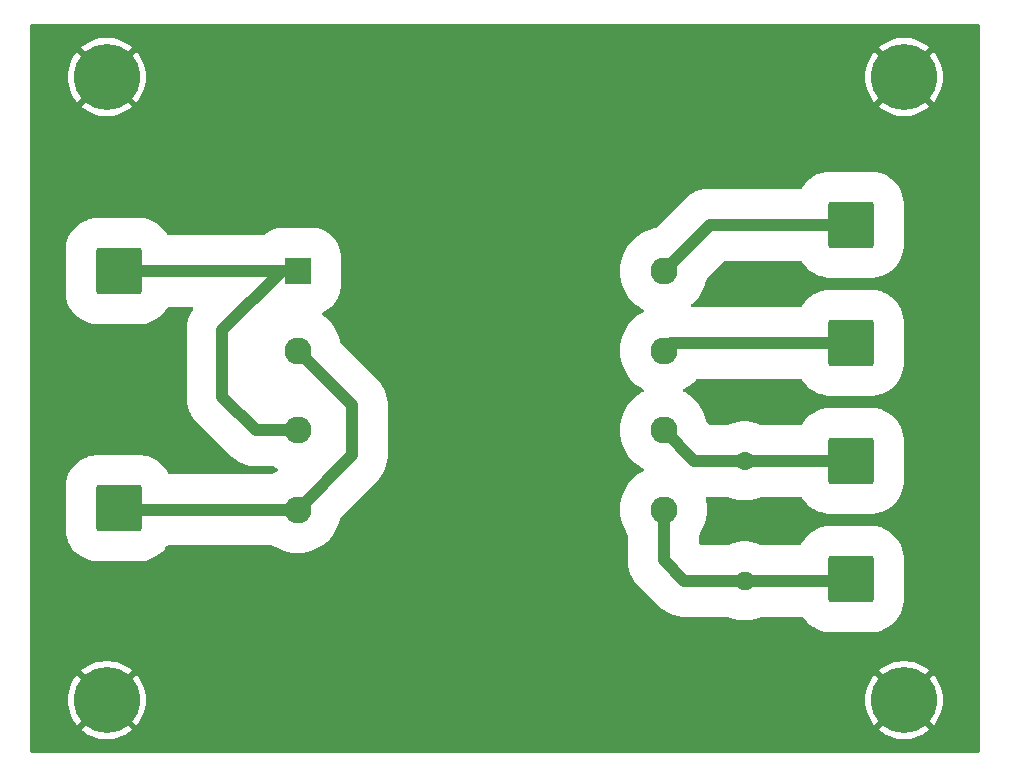
<source format=gbr>
%TF.GenerationSoftware,KiCad,Pcbnew,8.0.6*%
%TF.CreationDate,2025-02-04T11:31:06-08:00*%
%TF.ProjectId,Voltage_Transformer_test_board,566f6c74-6167-4655-9f54-72616e73666f,rev?*%
%TF.SameCoordinates,Original*%
%TF.FileFunction,Copper,L2,Bot*%
%TF.FilePolarity,Positive*%
%FSLAX46Y46*%
G04 Gerber Fmt 4.6, Leading zero omitted, Abs format (unit mm)*
G04 Created by KiCad (PCBNEW 8.0.6) date 2025-02-04 11:31:06*
%MOMM*%
%LPD*%
G01*
G04 APERTURE LIST*
G04 Aperture macros list*
%AMRoundRect*
0 Rectangle with rounded corners*
0 $1 Rounding radius*
0 $2 $3 $4 $5 $6 $7 $8 $9 X,Y pos of 4 corners*
0 Add a 4 corners polygon primitive as box body*
4,1,4,$2,$3,$4,$5,$6,$7,$8,$9,$2,$3,0*
0 Add four circle primitives for the rounded corners*
1,1,$1+$1,$2,$3*
1,1,$1+$1,$4,$5*
1,1,$1+$1,$6,$7*
1,1,$1+$1,$8,$9*
0 Add four rect primitives between the rounded corners*
20,1,$1+$1,$2,$3,$4,$5,0*
20,1,$1+$1,$4,$5,$6,$7,0*
20,1,$1+$1,$6,$7,$8,$9,0*
20,1,$1+$1,$8,$9,$2,$3,0*%
G04 Aperture macros list end*
%TA.AperFunction,ComponentPad*%
%ADD10C,1.600000*%
%TD*%
%TA.AperFunction,ComponentPad*%
%ADD11O,1.600000X1.600000*%
%TD*%
%TA.AperFunction,ComponentPad*%
%ADD12RoundRect,0.250002X-1.699998X-1.699998X1.699998X-1.699998X1.699998X1.699998X-1.699998X1.699998X0*%
%TD*%
%TA.AperFunction,ComponentPad*%
%ADD13C,3.600000*%
%TD*%
%TA.AperFunction,ConnectorPad*%
%ADD14C,5.600000*%
%TD*%
%TA.AperFunction,ComponentPad*%
%ADD15R,2.286000X2.286000*%
%TD*%
%TA.AperFunction,ComponentPad*%
%ADD16C,2.286000*%
%TD*%
%TA.AperFunction,Conductor*%
%ADD17C,1.000000*%
%TD*%
G04 APERTURE END LIST*
D10*
%TO.P,R1,1*%
%TO.N,Net-(J5-Pin_1)*%
X151000000Y-80000000D03*
D11*
%TO.P,R1,2*%
%TO.N,Net-(J6-Pin_1)*%
X151000000Y-90160000D03*
%TD*%
D12*
%TO.P,J3,1,Pin_1*%
%TO.N,Net-(J3-Pin_1)*%
X160000000Y-60000000D03*
%TD*%
D13*
%TO.P,H2,1,1*%
%TO.N,GND*%
X97000000Y-100250000D03*
D14*
X97000000Y-100250000D03*
%TD*%
D15*
%TO.P,T1,1*%
%TO.N,J1*%
X113152000Y-63930000D03*
D16*
%TO.P,T1,2*%
%TO.N,Net-(J2-Pin_1)*%
X113152000Y-70661000D03*
%TO.P,T1,3*%
%TO.N,J1*%
X113152000Y-77392000D03*
%TO.P,T1,4*%
%TO.N,Net-(J2-Pin_1)*%
X113152000Y-84123000D03*
%TO.P,T1,5*%
%TO.N,Net-(J3-Pin_1)*%
X144140000Y-63930000D03*
%TO.P,T1,6*%
%TO.N,Net-(J4-Pin_1)*%
X144140000Y-70661000D03*
%TO.P,T1,7*%
%TO.N,Net-(J5-Pin_1)*%
X144140000Y-77392000D03*
%TO.P,T1,8*%
%TO.N,Net-(J6-Pin_1)*%
X144140000Y-84123000D03*
%TD*%
D13*
%TO.P,H4,1,1*%
%TO.N,GND*%
X164500000Y-100250000D03*
D14*
X164500000Y-100250000D03*
%TD*%
D12*
%TO.P,J2,1,Pin_1*%
%TO.N,Net-(J2-Pin_1)*%
X98000000Y-84000000D03*
%TD*%
%TO.P,J6,1,Pin_1*%
%TO.N,Net-(J6-Pin_1)*%
X160000000Y-90000000D03*
%TD*%
%TO.P,J5,1,Pin_1*%
%TO.N,Net-(J5-Pin_1)*%
X160000000Y-80000000D03*
%TD*%
%TO.P,J1,1,Pin_1*%
%TO.N,J1*%
X98000000Y-63930000D03*
%TD*%
D13*
%TO.P,H1,1,1*%
%TO.N,GND*%
X97000000Y-47500000D03*
D14*
X97000000Y-47500000D03*
%TD*%
D13*
%TO.P,H3,1,1*%
%TO.N,GND*%
X164500000Y-47500000D03*
D14*
X164500000Y-47500000D03*
%TD*%
D12*
%TO.P,J4,1,Pin_1*%
%TO.N,Net-(J4-Pin_1)*%
X160000000Y-70000000D03*
%TD*%
D17*
%TO.N,J1*%
X109602051Y-77392000D02*
X106800000Y-74589949D01*
X111820000Y-63930000D02*
X113152000Y-63930000D01*
X98000000Y-63930000D02*
X113152000Y-63930000D01*
X106800000Y-74589949D02*
X106800000Y-68950000D01*
X113152000Y-77392000D02*
X109602051Y-77392000D01*
X106800000Y-68950000D02*
X111820000Y-63930000D01*
%TO.N,Net-(J2-Pin_1)*%
X117750000Y-75259000D02*
X117750000Y-79525000D01*
X98123000Y-84123000D02*
X98000000Y-84000000D01*
X113152000Y-70661000D02*
X117750000Y-75259000D01*
X117750000Y-79525000D02*
X113152000Y-84123000D01*
X113152000Y-84123000D02*
X98123000Y-84123000D01*
%TO.N,Net-(J3-Pin_1)*%
X148070000Y-60000000D02*
X144140000Y-63930000D01*
X160000000Y-60000000D02*
X148070000Y-60000000D01*
%TO.N,Net-(J4-Pin_1)*%
X144801000Y-70000000D02*
X160000000Y-70000000D01*
X144140000Y-70661000D02*
X144801000Y-70000000D01*
%TO.N,Net-(J5-Pin_1)*%
X146748000Y-80000000D02*
X150000000Y-80000000D01*
X150000000Y-80000000D02*
X160000000Y-80000000D01*
X144140000Y-77392000D02*
X146748000Y-80000000D01*
%TO.N,Net-(J6-Pin_1)*%
X150000000Y-90160000D02*
X145910000Y-90160000D01*
X150000000Y-90160000D02*
X159840000Y-90160000D01*
X144140000Y-88390000D02*
X144140000Y-84123000D01*
X145910000Y-90160000D02*
X144140000Y-88390000D01*
X159840000Y-90160000D02*
X160000000Y-90000000D01*
%TD*%
%TA.AperFunction,Conductor*%
%TO.N,GND*%
G36*
X170892539Y-43020185D02*
G01*
X170938294Y-43072989D01*
X170949500Y-43124500D01*
X170949500Y-104575500D01*
X170929815Y-104642539D01*
X170877011Y-104688294D01*
X170825500Y-104699500D01*
X90624500Y-104699500D01*
X90557461Y-104679815D01*
X90511706Y-104627011D01*
X90500500Y-104575500D01*
X90500500Y-100249997D01*
X93695153Y-100249997D01*
X93695153Y-100250002D01*
X93714526Y-100607314D01*
X93714527Y-100607331D01*
X93772415Y-100960431D01*
X93772421Y-100960457D01*
X93868147Y-101305232D01*
X93868149Y-101305239D01*
X94000597Y-101637659D01*
X94000606Y-101637677D01*
X94168218Y-101953827D01*
X94369024Y-102249994D01*
X94369035Y-102250008D01*
X94496441Y-102400002D01*
X94496442Y-102400002D01*
X95705747Y-101190697D01*
X95779588Y-101292330D01*
X95957670Y-101470412D01*
X96059300Y-101544251D01*
X94847257Y-102756294D01*
X94860495Y-102768836D01*
X95145367Y-102985388D01*
X95145370Y-102985390D01*
X95451990Y-103169876D01*
X95776739Y-103320122D01*
X95776744Y-103320123D01*
X96115855Y-103434383D01*
X96465339Y-103511311D01*
X96821075Y-103549999D01*
X96821085Y-103550000D01*
X97178915Y-103550000D01*
X97178924Y-103549999D01*
X97534660Y-103511311D01*
X97884144Y-103434383D01*
X98223255Y-103320123D01*
X98223260Y-103320122D01*
X98548009Y-103169876D01*
X98854629Y-102985390D01*
X98854632Y-102985388D01*
X99139509Y-102768831D01*
X99152742Y-102756295D01*
X99152742Y-102756294D01*
X97940699Y-101544251D01*
X98042330Y-101470412D01*
X98220412Y-101292330D01*
X98294251Y-101190698D01*
X99503556Y-102400002D01*
X99630972Y-102249998D01*
X99630975Y-102249994D01*
X99831781Y-101953827D01*
X99999393Y-101637677D01*
X99999402Y-101637659D01*
X100131850Y-101305239D01*
X100131852Y-101305232D01*
X100227578Y-100960457D01*
X100227584Y-100960431D01*
X100285472Y-100607331D01*
X100285473Y-100607314D01*
X100304847Y-100250002D01*
X100304847Y-100249997D01*
X161195153Y-100249997D01*
X161195153Y-100250002D01*
X161214526Y-100607314D01*
X161214527Y-100607331D01*
X161272415Y-100960431D01*
X161272421Y-100960457D01*
X161368147Y-101305232D01*
X161368149Y-101305239D01*
X161500597Y-101637659D01*
X161500606Y-101637677D01*
X161668218Y-101953827D01*
X161869024Y-102249994D01*
X161869035Y-102250008D01*
X161996441Y-102400002D01*
X161996442Y-102400002D01*
X163205747Y-101190697D01*
X163279588Y-101292330D01*
X163457670Y-101470412D01*
X163559300Y-101544251D01*
X162347257Y-102756294D01*
X162360495Y-102768836D01*
X162645367Y-102985388D01*
X162645370Y-102985390D01*
X162951990Y-103169876D01*
X163276739Y-103320122D01*
X163276744Y-103320123D01*
X163615855Y-103434383D01*
X163965339Y-103511311D01*
X164321075Y-103549999D01*
X164321085Y-103550000D01*
X164678915Y-103550000D01*
X164678924Y-103549999D01*
X165034660Y-103511311D01*
X165384144Y-103434383D01*
X165723255Y-103320123D01*
X165723260Y-103320122D01*
X166048009Y-103169876D01*
X166354629Y-102985390D01*
X166354632Y-102985388D01*
X166639509Y-102768831D01*
X166652742Y-102756295D01*
X166652742Y-102756294D01*
X165440699Y-101544251D01*
X165542330Y-101470412D01*
X165720412Y-101292330D01*
X165794251Y-101190698D01*
X167003556Y-102400002D01*
X167130972Y-102249998D01*
X167130975Y-102249994D01*
X167331781Y-101953827D01*
X167499393Y-101637677D01*
X167499402Y-101637659D01*
X167631850Y-101305239D01*
X167631852Y-101305232D01*
X167727578Y-100960457D01*
X167727584Y-100960431D01*
X167785472Y-100607331D01*
X167785473Y-100607314D01*
X167804847Y-100250002D01*
X167804847Y-100249997D01*
X167785473Y-99892685D01*
X167785472Y-99892668D01*
X167727584Y-99539568D01*
X167727578Y-99539542D01*
X167631852Y-99194767D01*
X167631850Y-99194760D01*
X167499402Y-98862340D01*
X167499393Y-98862322D01*
X167331781Y-98546172D01*
X167130975Y-98250005D01*
X167130964Y-98249991D01*
X167003556Y-98099996D01*
X165794251Y-99309301D01*
X165720412Y-99207670D01*
X165542330Y-99029588D01*
X165440698Y-98955748D01*
X166652742Y-97743704D01*
X166639504Y-97731163D01*
X166354632Y-97514611D01*
X166354629Y-97514609D01*
X166048009Y-97330123D01*
X165723260Y-97179877D01*
X165723255Y-97179876D01*
X165384144Y-97065616D01*
X165034660Y-96988688D01*
X164678924Y-96950000D01*
X164321075Y-96950000D01*
X163965339Y-96988688D01*
X163615855Y-97065616D01*
X163276744Y-97179876D01*
X163276739Y-97179877D01*
X162951990Y-97330123D01*
X162645370Y-97514609D01*
X162645367Y-97514611D01*
X162360486Y-97731170D01*
X162360485Y-97731171D01*
X162347257Y-97743702D01*
X162347256Y-97743703D01*
X163559301Y-98955748D01*
X163457670Y-99029588D01*
X163279588Y-99207670D01*
X163205748Y-99309301D01*
X161996442Y-98099995D01*
X161996441Y-98099996D01*
X161869033Y-98249992D01*
X161668218Y-98546172D01*
X161500606Y-98862322D01*
X161500597Y-98862340D01*
X161368149Y-99194760D01*
X161368147Y-99194767D01*
X161272421Y-99539542D01*
X161272415Y-99539568D01*
X161214527Y-99892668D01*
X161214526Y-99892685D01*
X161195153Y-100249997D01*
X100304847Y-100249997D01*
X100285473Y-99892685D01*
X100285472Y-99892668D01*
X100227584Y-99539568D01*
X100227578Y-99539542D01*
X100131852Y-99194767D01*
X100131850Y-99194760D01*
X99999402Y-98862340D01*
X99999393Y-98862322D01*
X99831781Y-98546172D01*
X99630975Y-98250005D01*
X99630964Y-98249991D01*
X99503556Y-98099996D01*
X98294251Y-99309301D01*
X98220412Y-99207670D01*
X98042330Y-99029588D01*
X97940698Y-98955748D01*
X99152742Y-97743704D01*
X99139504Y-97731163D01*
X98854632Y-97514611D01*
X98854629Y-97514609D01*
X98548009Y-97330123D01*
X98223260Y-97179877D01*
X98223255Y-97179876D01*
X97884144Y-97065616D01*
X97534660Y-96988688D01*
X97178924Y-96950000D01*
X96821075Y-96950000D01*
X96465339Y-96988688D01*
X96115855Y-97065616D01*
X95776744Y-97179876D01*
X95776739Y-97179877D01*
X95451990Y-97330123D01*
X95145370Y-97514609D01*
X95145367Y-97514611D01*
X94860486Y-97731170D01*
X94860485Y-97731171D01*
X94847257Y-97743702D01*
X94847256Y-97743703D01*
X96059301Y-98955748D01*
X95957670Y-99029588D01*
X95779588Y-99207670D01*
X95705748Y-99309301D01*
X94496442Y-98099995D01*
X94496441Y-98099996D01*
X94369033Y-98249992D01*
X94168218Y-98546172D01*
X94000606Y-98862322D01*
X94000597Y-98862340D01*
X93868149Y-99194760D01*
X93868147Y-99194767D01*
X93772421Y-99539542D01*
X93772415Y-99539568D01*
X93714527Y-99892668D01*
X93714526Y-99892685D01*
X93695153Y-100249997D01*
X90500500Y-100249997D01*
X90500500Y-62061208D01*
X93509500Y-62061208D01*
X93509500Y-65798792D01*
X93550192Y-66133919D01*
X93573540Y-66228644D01*
X93630983Y-66461703D01*
X93674294Y-66575903D01*
X93750693Y-66777349D01*
X93750695Y-66777353D01*
X93750696Y-66777355D01*
X93750696Y-66777356D01*
X93846293Y-66959500D01*
X93907578Y-67076269D01*
X93907580Y-67076272D01*
X93907582Y-67076275D01*
X94099347Y-67354096D01*
X94099352Y-67354102D01*
X94323211Y-67606786D01*
X94323213Y-67606788D01*
X94575897Y-67830647D01*
X94575903Y-67830652D01*
X94794385Y-67981458D01*
X94853731Y-68022422D01*
X95152651Y-68179307D01*
X95398247Y-68272449D01*
X95468296Y-68299016D01*
X95468298Y-68299016D01*
X95468302Y-68299018D01*
X95796081Y-68379808D01*
X96076428Y-68413848D01*
X96131206Y-68420500D01*
X96131208Y-68420500D01*
X99868794Y-68420500D01*
X99919433Y-68414351D01*
X100203919Y-68379808D01*
X100531698Y-68299018D01*
X100847349Y-68179307D01*
X101146269Y-68022422D01*
X101424099Y-67830650D01*
X101676787Y-67606787D01*
X101900650Y-67354099D01*
X102092422Y-67076269D01*
X102113099Y-67036871D01*
X102161682Y-66986662D01*
X102222894Y-66970500D01*
X104232164Y-66970500D01*
X104299203Y-66990185D01*
X104344958Y-67042989D01*
X104354902Y-67112147D01*
X104329111Y-67171813D01*
X104316379Y-67187778D01*
X104134688Y-67476937D01*
X103986521Y-67784609D01*
X103986515Y-67784623D01*
X103912659Y-67995688D01*
X103912660Y-67995689D01*
X103873727Y-68106954D01*
X103873725Y-68106960D01*
X103797736Y-68439891D01*
X103797734Y-68439907D01*
X103759500Y-68779244D01*
X103759500Y-74760704D01*
X103797734Y-75100041D01*
X103797736Y-75100057D01*
X103873726Y-75432993D01*
X103873730Y-75433005D01*
X103986519Y-75755335D01*
X104134688Y-76063011D01*
X104157521Y-76099350D01*
X104316380Y-76352172D01*
X104475229Y-76551361D01*
X104529302Y-76619167D01*
X107572834Y-79662700D01*
X107572838Y-79662704D01*
X107839824Y-79875617D01*
X107839827Y-79875618D01*
X107839829Y-79875620D01*
X108093651Y-80035108D01*
X108128992Y-80057314D01*
X108436653Y-80205475D01*
X108436662Y-80205478D01*
X108436669Y-80205482D01*
X108436675Y-80205484D01*
X108758994Y-80318269D01*
X108759006Y-80318273D01*
X109091946Y-80394264D01*
X109431296Y-80432499D01*
X109431297Y-80432500D01*
X109431300Y-80432500D01*
X109431301Y-80432500D01*
X109772802Y-80432500D01*
X111034034Y-80432500D01*
X111101073Y-80452185D01*
X111101569Y-80452505D01*
X111291585Y-80575903D01*
X111307722Y-80586382D01*
X111378069Y-80622225D01*
X111426720Y-80647015D01*
X111477516Y-80694990D01*
X111494311Y-80762811D01*
X111471773Y-80828946D01*
X111426721Y-80867984D01*
X111307724Y-80928616D01*
X111307720Y-80928618D01*
X111101570Y-81062495D01*
X111034625Y-81082499D01*
X111034035Y-81082500D01*
X102287450Y-81082500D01*
X102220411Y-81062815D01*
X102177654Y-81016126D01*
X102092423Y-80853733D01*
X102092422Y-80853731D01*
X101982851Y-80694990D01*
X101900652Y-80575903D01*
X101900647Y-80575897D01*
X101676788Y-80323213D01*
X101676786Y-80323211D01*
X101424102Y-80099352D01*
X101424096Y-80099347D01*
X101146275Y-79907582D01*
X101146267Y-79907577D01*
X100847356Y-79750696D01*
X100847351Y-79750694D01*
X100847349Y-79750693D01*
X100702485Y-79695753D01*
X100531703Y-79630983D01*
X100453321Y-79611663D01*
X100203919Y-79550192D01*
X100002842Y-79525776D01*
X99868794Y-79509500D01*
X99868792Y-79509500D01*
X96131208Y-79509500D01*
X96131206Y-79509500D01*
X95963644Y-79529846D01*
X95796081Y-79550192D01*
X95629812Y-79591173D01*
X95468296Y-79630983D01*
X95219882Y-79725195D01*
X95152651Y-79750693D01*
X95152648Y-79750694D01*
X95152644Y-79750696D01*
X95152643Y-79750696D01*
X94853732Y-79907577D01*
X94853724Y-79907582D01*
X94575903Y-80099347D01*
X94575897Y-80099352D01*
X94323213Y-80323211D01*
X94323211Y-80323213D01*
X94099352Y-80575897D01*
X94099347Y-80575903D01*
X93907582Y-80853724D01*
X93907577Y-80853732D01*
X93750696Y-81152643D01*
X93750696Y-81152644D01*
X93630983Y-81468296D01*
X93609805Y-81554219D01*
X93550192Y-81796081D01*
X93509500Y-82131208D01*
X93509500Y-85868792D01*
X93550192Y-86203919D01*
X93611663Y-86453321D01*
X93630983Y-86531703D01*
X93697182Y-86706254D01*
X93750693Y-86847349D01*
X93750695Y-86847353D01*
X93750696Y-86847355D01*
X93750696Y-86847356D01*
X93907577Y-87146267D01*
X93907582Y-87146275D01*
X94099347Y-87424096D01*
X94099352Y-87424102D01*
X94323211Y-87676786D01*
X94323213Y-87676788D01*
X94575897Y-87900647D01*
X94575903Y-87900652D01*
X94794385Y-88051458D01*
X94853731Y-88092422D01*
X95152651Y-88249307D01*
X95398247Y-88342449D01*
X95468296Y-88369016D01*
X95468298Y-88369016D01*
X95468302Y-88369018D01*
X95796081Y-88449808D01*
X96076428Y-88483848D01*
X96131206Y-88490500D01*
X96131208Y-88490500D01*
X99868794Y-88490500D01*
X99919433Y-88484351D01*
X100203919Y-88449808D01*
X100531698Y-88369018D01*
X100847349Y-88249307D01*
X101146269Y-88092422D01*
X101424099Y-87900650D01*
X101676787Y-87676787D01*
X101900650Y-87424099D01*
X102043558Y-87217059D01*
X102097840Y-87173070D01*
X102145608Y-87163500D01*
X111034034Y-87163500D01*
X111101073Y-87183185D01*
X111101569Y-87183505D01*
X111307722Y-87317382D01*
X111651730Y-87492663D01*
X112012174Y-87631024D01*
X112385106Y-87730951D01*
X112766441Y-87791349D01*
X113130675Y-87810437D01*
X113151999Y-87811555D01*
X113152000Y-87811555D01*
X113152001Y-87811555D01*
X113172207Y-87810496D01*
X113537559Y-87791349D01*
X113918894Y-87730951D01*
X114291826Y-87631024D01*
X114652270Y-87492663D01*
X114996278Y-87317382D01*
X115320078Y-87107104D01*
X115620125Y-86864131D01*
X115893131Y-86591125D01*
X116136104Y-86291078D01*
X116346382Y-85967278D01*
X116521663Y-85623270D01*
X116660024Y-85262826D01*
X116759951Y-84889894D01*
X116767749Y-84840652D01*
X116797677Y-84777522D01*
X116802523Y-84772391D01*
X120020697Y-81554219D01*
X120233620Y-81287223D01*
X120415310Y-80998065D01*
X120563482Y-80690383D01*
X120645968Y-80454651D01*
X120676273Y-80368045D01*
X120752264Y-80035105D01*
X120790500Y-79695751D01*
X120790500Y-75088249D01*
X120752264Y-74748895D01*
X120676273Y-74415955D01*
X120673452Y-74407894D01*
X120563486Y-74093629D01*
X120563485Y-74093627D01*
X120563482Y-74093618D01*
X120562906Y-74092422D01*
X120562904Y-74092417D01*
X120415313Y-73785940D01*
X120346728Y-73676788D01*
X120233620Y-73496777D01*
X120020697Y-73229781D01*
X116802541Y-70011625D01*
X116769056Y-69950302D01*
X116767749Y-69943342D01*
X116759951Y-69894106D01*
X116660024Y-69521174D01*
X116521663Y-69160730D01*
X116346382Y-68816723D01*
X116136104Y-68492922D01*
X116093160Y-68439891D01*
X115893134Y-68192879D01*
X115893131Y-68192875D01*
X115620125Y-67919869D01*
X115467262Y-67796083D01*
X115320076Y-67676894D01*
X115255913Y-67635226D01*
X115210410Y-67582204D01*
X115200797Y-67512999D01*
X115230124Y-67449583D01*
X115274198Y-67417432D01*
X115450643Y-67341078D01*
X115725796Y-67178353D01*
X115857394Y-67076275D01*
X115978384Y-66982426D01*
X115978385Y-66982426D01*
X116204426Y-66756385D01*
X116204426Y-66756384D01*
X116400346Y-66503805D01*
X116400351Y-66503798D01*
X116400353Y-66503796D01*
X116563078Y-66228643D01*
X116690034Y-65935265D01*
X116743657Y-65750693D01*
X116779218Y-65628294D01*
X116779220Y-65628286D01*
X116829226Y-65312557D01*
X116829226Y-65312552D01*
X116835500Y-65179518D01*
X116835500Y-63929999D01*
X140451445Y-63929999D01*
X140451445Y-63930000D01*
X140471651Y-64315560D01*
X140532048Y-64696888D01*
X140532048Y-64696890D01*
X140631978Y-65069833D01*
X140770338Y-65430273D01*
X140945620Y-65774282D01*
X141155894Y-66098076D01*
X141371183Y-66363936D01*
X141398869Y-66398125D01*
X141671875Y-66671131D01*
X141803051Y-66777355D01*
X141971923Y-66914105D01*
X142295717Y-67124379D01*
X142295722Y-67124382D01*
X142351187Y-67152643D01*
X142414720Y-67185015D01*
X142465516Y-67232990D01*
X142482311Y-67300811D01*
X142459773Y-67366946D01*
X142414721Y-67405984D01*
X142295724Y-67466616D01*
X142295720Y-67466618D01*
X141971923Y-67676894D01*
X141671879Y-67919865D01*
X141671871Y-67919872D01*
X141398872Y-68192871D01*
X141398865Y-68192879D01*
X141155894Y-68492923D01*
X140945620Y-68816718D01*
X140770338Y-69160726D01*
X140631978Y-69521166D01*
X140532048Y-69894109D01*
X140532048Y-69894111D01*
X140471651Y-70275439D01*
X140451445Y-70660999D01*
X140451445Y-70661000D01*
X140471651Y-71046560D01*
X140532048Y-71427888D01*
X140532048Y-71427890D01*
X140631978Y-71800833D01*
X140770338Y-72161273D01*
X140945620Y-72505282D01*
X141155894Y-72829076D01*
X141343043Y-73060185D01*
X141398869Y-73129125D01*
X141671875Y-73402131D01*
X141838992Y-73537460D01*
X141971923Y-73645105D01*
X142295717Y-73855379D01*
X142295722Y-73855382D01*
X142366069Y-73891225D01*
X142414720Y-73916015D01*
X142465516Y-73963990D01*
X142482311Y-74031811D01*
X142459773Y-74097946D01*
X142414721Y-74136984D01*
X142295724Y-74197616D01*
X142295720Y-74197618D01*
X141971923Y-74407894D01*
X141671879Y-74650865D01*
X141671871Y-74650872D01*
X141398872Y-74923871D01*
X141398865Y-74923879D01*
X141155894Y-75223923D01*
X140945620Y-75547718D01*
X140770338Y-75891726D01*
X140631978Y-76252166D01*
X140532048Y-76625109D01*
X140532048Y-76625111D01*
X140471651Y-77006439D01*
X140451445Y-77391999D01*
X140451445Y-77392000D01*
X140471651Y-77777560D01*
X140532048Y-78158888D01*
X140532048Y-78158890D01*
X140631978Y-78531833D01*
X140770338Y-78892273D01*
X140945620Y-79236282D01*
X141155894Y-79560076D01*
X141239001Y-79662704D01*
X141398869Y-79860125D01*
X141671875Y-80133131D01*
X141761221Y-80205482D01*
X141971923Y-80376105D01*
X142295717Y-80586379D01*
X142295722Y-80586382D01*
X142366069Y-80622225D01*
X142414720Y-80647015D01*
X142465516Y-80694990D01*
X142482311Y-80762811D01*
X142459773Y-80828946D01*
X142414721Y-80867984D01*
X142295724Y-80928616D01*
X142295720Y-80928618D01*
X141971923Y-81138894D01*
X141671879Y-81381865D01*
X141671871Y-81381872D01*
X141398872Y-81654871D01*
X141398865Y-81654879D01*
X141155894Y-81954923D01*
X140945620Y-82278718D01*
X140770338Y-82622726D01*
X140631978Y-82983166D01*
X140532048Y-83356109D01*
X140532048Y-83356111D01*
X140471651Y-83737439D01*
X140451445Y-84122999D01*
X140451445Y-84123000D01*
X140471651Y-84508560D01*
X140532048Y-84889888D01*
X140532048Y-84889890D01*
X140631978Y-85262833D01*
X140770338Y-85623273D01*
X140945617Y-85967277D01*
X140990611Y-86036562D01*
X141079495Y-86173430D01*
X141099499Y-86240374D01*
X141099500Y-86240965D01*
X141099500Y-88560755D01*
X141137734Y-88900092D01*
X141137736Y-88900108D01*
X141213726Y-89233044D01*
X141213730Y-89233056D01*
X141326519Y-89555386D01*
X141474688Y-89863062D01*
X141474690Y-89863065D01*
X141656380Y-90152223D01*
X141869303Y-90419219D01*
X143880781Y-92430697D01*
X144147777Y-92643620D01*
X144436935Y-92825310D01*
X144744617Y-92973482D01*
X144986702Y-93058191D01*
X145066943Y-93086269D01*
X145066955Y-93086273D01*
X145399895Y-93162264D01*
X145739245Y-93200499D01*
X145739246Y-93200500D01*
X145739249Y-93200500D01*
X146080751Y-93200500D01*
X149588969Y-93200500D01*
X149641035Y-93211960D01*
X149699881Y-93239185D01*
X149761731Y-93267801D01*
X149761732Y-93267801D01*
X149761738Y-93267804D01*
X150105009Y-93383466D01*
X150458774Y-93461335D01*
X150818883Y-93500500D01*
X150818888Y-93500500D01*
X151181112Y-93500500D01*
X151181117Y-93500500D01*
X151541226Y-93461335D01*
X151894991Y-93383466D01*
X152238262Y-93267804D01*
X152358964Y-93211960D01*
X152411031Y-93200500D01*
X155879931Y-93200500D01*
X155946970Y-93220185D01*
X155981980Y-93254059D01*
X155991468Y-93267804D01*
X156099347Y-93424096D01*
X156099352Y-93424102D01*
X156323211Y-93676786D01*
X156323213Y-93676788D01*
X156575897Y-93900647D01*
X156575903Y-93900652D01*
X156794385Y-94051458D01*
X156853731Y-94092422D01*
X157152651Y-94249307D01*
X157398247Y-94342449D01*
X157468296Y-94369016D01*
X157468298Y-94369016D01*
X157468302Y-94369018D01*
X157796081Y-94449808D01*
X158076428Y-94483848D01*
X158131206Y-94490500D01*
X158131208Y-94490500D01*
X161868794Y-94490500D01*
X161919433Y-94484351D01*
X162203919Y-94449808D01*
X162531698Y-94369018D01*
X162847349Y-94249307D01*
X163146269Y-94092422D01*
X163424099Y-93900650D01*
X163676787Y-93676787D01*
X163900650Y-93424099D01*
X164092422Y-93146269D01*
X164249307Y-92847349D01*
X164369018Y-92531698D01*
X164449808Y-92203919D01*
X164490500Y-91868792D01*
X164490500Y-88131208D01*
X164449808Y-87796081D01*
X164369018Y-87468302D01*
X164249307Y-87152651D01*
X164245957Y-87146269D01*
X164135880Y-86936534D01*
X164092422Y-86853731D01*
X164051458Y-86794385D01*
X163900652Y-86575903D01*
X163900647Y-86575897D01*
X163676788Y-86323213D01*
X163676786Y-86323211D01*
X163424102Y-86099352D01*
X163424096Y-86099347D01*
X163146275Y-85907582D01*
X163146267Y-85907577D01*
X162847356Y-85750696D01*
X162847351Y-85750694D01*
X162847349Y-85750693D01*
X162759577Y-85717405D01*
X162531703Y-85630983D01*
X162453321Y-85611663D01*
X162203919Y-85550192D01*
X162002842Y-85525776D01*
X161868794Y-85509500D01*
X161868792Y-85509500D01*
X158131208Y-85509500D01*
X158131206Y-85509500D01*
X157963644Y-85529846D01*
X157796081Y-85550192D01*
X157629812Y-85591173D01*
X157468296Y-85630983D01*
X157219882Y-85725195D01*
X157152651Y-85750693D01*
X157152648Y-85750694D01*
X157152644Y-85750696D01*
X157152643Y-85750696D01*
X156853732Y-85907577D01*
X156853724Y-85907582D01*
X156575903Y-86099347D01*
X156575897Y-86099352D01*
X156323213Y-86323211D01*
X156323211Y-86323213D01*
X156099352Y-86575897D01*
X156099347Y-86575903D01*
X155907582Y-86853724D01*
X155907578Y-86853730D01*
X155907578Y-86853731D01*
X155907577Y-86853733D01*
X155802927Y-87053126D01*
X155754343Y-87103338D01*
X155693131Y-87119500D01*
X152411031Y-87119500D01*
X152358964Y-87108039D01*
X152356945Y-87107105D01*
X152331648Y-87095401D01*
X152238268Y-87052198D01*
X151894990Y-86936533D01*
X151541224Y-86858664D01*
X151181118Y-86819500D01*
X151181117Y-86819500D01*
X150818883Y-86819500D01*
X150818881Y-86819500D01*
X150458775Y-86858664D01*
X150105009Y-86936533D01*
X149761731Y-87052198D01*
X149659727Y-87099391D01*
X149643055Y-87107105D01*
X149641036Y-87108039D01*
X149588969Y-87119500D01*
X147304500Y-87119500D01*
X147237461Y-87099815D01*
X147191706Y-87047011D01*
X147180500Y-86995500D01*
X147180500Y-86240965D01*
X147200185Y-86173926D01*
X147200424Y-86173553D01*
X147334382Y-85967278D01*
X147509663Y-85623270D01*
X147648024Y-85262826D01*
X147747951Y-84889894D01*
X147808349Y-84508559D01*
X147828555Y-84123000D01*
X147808349Y-83737441D01*
X147747951Y-83356106D01*
X147705209Y-83196592D01*
X147706872Y-83126744D01*
X147746034Y-83068881D01*
X147810263Y-83041377D01*
X147824984Y-83040500D01*
X149588969Y-83040500D01*
X149641035Y-83051960D01*
X149699881Y-83079185D01*
X149761731Y-83107801D01*
X149761732Y-83107801D01*
X149761738Y-83107804D01*
X150105009Y-83223466D01*
X150458774Y-83301335D01*
X150818883Y-83340500D01*
X150818888Y-83340500D01*
X151181112Y-83340500D01*
X151181117Y-83340500D01*
X151541226Y-83301335D01*
X151894991Y-83223466D01*
X152238262Y-83107804D01*
X152358964Y-83051960D01*
X152411031Y-83040500D01*
X155777106Y-83040500D01*
X155844145Y-83060185D01*
X155886900Y-83106871D01*
X155907578Y-83146269D01*
X155942315Y-83196594D01*
X156099347Y-83424096D01*
X156099352Y-83424102D01*
X156323211Y-83676786D01*
X156323213Y-83676788D01*
X156575897Y-83900647D01*
X156575903Y-83900652D01*
X156794385Y-84051458D01*
X156853731Y-84092422D01*
X157152651Y-84249307D01*
X157398247Y-84342449D01*
X157468296Y-84369016D01*
X157468298Y-84369016D01*
X157468302Y-84369018D01*
X157796081Y-84449808D01*
X158076428Y-84483848D01*
X158131206Y-84490500D01*
X158131208Y-84490500D01*
X161868794Y-84490500D01*
X161919433Y-84484351D01*
X162203919Y-84449808D01*
X162531698Y-84369018D01*
X162847349Y-84249307D01*
X163146269Y-84092422D01*
X163424099Y-83900650D01*
X163676787Y-83676787D01*
X163900650Y-83424099D01*
X164092422Y-83146269D01*
X164249307Y-82847349D01*
X164369018Y-82531698D01*
X164449808Y-82203919D01*
X164490500Y-81868792D01*
X164490500Y-78131208D01*
X164449808Y-77796081D01*
X164369018Y-77468302D01*
X164249307Y-77152651D01*
X164092422Y-76853731D01*
X163968599Y-76674342D01*
X163900652Y-76575903D01*
X163900647Y-76575897D01*
X163676788Y-76323213D01*
X163676786Y-76323211D01*
X163424102Y-76099352D01*
X163424096Y-76099347D01*
X163146275Y-75907582D01*
X163146267Y-75907577D01*
X162847356Y-75750696D01*
X162847351Y-75750694D01*
X162847349Y-75750693D01*
X162759577Y-75717405D01*
X162531703Y-75630983D01*
X162453321Y-75611663D01*
X162203919Y-75550192D01*
X162002842Y-75525776D01*
X161868794Y-75509500D01*
X161868792Y-75509500D01*
X158131208Y-75509500D01*
X158131206Y-75509500D01*
X157963644Y-75529846D01*
X157796081Y-75550192D01*
X157629812Y-75591173D01*
X157468296Y-75630983D01*
X157219882Y-75725195D01*
X157152651Y-75750693D01*
X157152648Y-75750694D01*
X157152644Y-75750696D01*
X157152643Y-75750696D01*
X156853732Y-75907577D01*
X156853724Y-75907582D01*
X156575903Y-76099347D01*
X156575897Y-76099352D01*
X156323213Y-76323211D01*
X156323211Y-76323213D01*
X156099352Y-76575897D01*
X156099347Y-76575903D01*
X155960863Y-76776534D01*
X155907578Y-76853731D01*
X155886900Y-76893128D01*
X155838318Y-76943338D01*
X155777106Y-76959500D01*
X152411031Y-76959500D01*
X152358964Y-76948039D01*
X152341188Y-76939815D01*
X152305235Y-76923181D01*
X152238268Y-76892198D01*
X151894990Y-76776533D01*
X151541224Y-76698664D01*
X151181118Y-76659500D01*
X151181117Y-76659500D01*
X150818883Y-76659500D01*
X150818881Y-76659500D01*
X150458775Y-76698664D01*
X150105009Y-76776533D01*
X149761731Y-76892198D01*
X149641036Y-76948039D01*
X149588969Y-76959500D01*
X148058778Y-76959500D01*
X147991739Y-76939815D01*
X147971097Y-76923181D01*
X147790541Y-76742625D01*
X147757056Y-76681302D01*
X147755749Y-76674342D01*
X147753398Y-76659500D01*
X147747951Y-76625106D01*
X147648024Y-76252174D01*
X147509663Y-75891730D01*
X147334382Y-75547723D01*
X147259884Y-75433005D01*
X147124105Y-75223923D01*
X146881134Y-74923879D01*
X146881131Y-74923875D01*
X146608125Y-74650869D01*
X146318030Y-74415955D01*
X146308076Y-74407894D01*
X145984282Y-74197620D01*
X145865279Y-74136985D01*
X145814483Y-74089011D01*
X145797688Y-74021190D01*
X145820225Y-73955055D01*
X145865279Y-73916015D01*
X145984278Y-73855382D01*
X146308078Y-73645104D01*
X146608125Y-73402131D01*
X146881131Y-73129125D01*
X146892743Y-73114784D01*
X146915677Y-73086465D01*
X146973164Y-73046753D01*
X147012043Y-73040500D01*
X155777106Y-73040500D01*
X155844145Y-73060185D01*
X155886900Y-73106871D01*
X155907578Y-73146269D01*
X155965222Y-73229781D01*
X156099347Y-73424096D01*
X156099352Y-73424102D01*
X156323211Y-73676786D01*
X156323213Y-73676788D01*
X156575897Y-73900647D01*
X156575903Y-73900652D01*
X156758226Y-74026500D01*
X156853731Y-74092422D01*
X157152651Y-74249307D01*
X157370206Y-74331815D01*
X157468296Y-74369016D01*
X157468298Y-74369016D01*
X157468302Y-74369018D01*
X157796081Y-74449808D01*
X158076428Y-74483848D01*
X158131206Y-74490500D01*
X158131208Y-74490500D01*
X161868794Y-74490500D01*
X161919433Y-74484351D01*
X162203919Y-74449808D01*
X162531698Y-74369018D01*
X162847349Y-74249307D01*
X163146269Y-74092422D01*
X163424099Y-73900650D01*
X163676787Y-73676787D01*
X163900650Y-73424099D01*
X164092422Y-73146269D01*
X164249307Y-72847349D01*
X164369018Y-72531698D01*
X164449808Y-72203919D01*
X164490500Y-71868792D01*
X164490500Y-68131208D01*
X164449808Y-67796081D01*
X164369018Y-67468302D01*
X164368916Y-67468034D01*
X164345384Y-67405984D01*
X164249307Y-67152651D01*
X164092422Y-66853731D01*
X164023788Y-66754297D01*
X163900652Y-66575903D01*
X163900647Y-66575897D01*
X163676788Y-66323213D01*
X163676786Y-66323211D01*
X163424102Y-66099352D01*
X163424096Y-66099347D01*
X163146275Y-65907582D01*
X163146267Y-65907577D01*
X162847356Y-65750696D01*
X162847351Y-65750694D01*
X162847349Y-65750693D01*
X162759577Y-65717405D01*
X162531703Y-65630983D01*
X162453321Y-65611663D01*
X162203919Y-65550192D01*
X162002842Y-65525776D01*
X161868794Y-65509500D01*
X161868792Y-65509500D01*
X158131208Y-65509500D01*
X158131206Y-65509500D01*
X157963644Y-65529846D01*
X157796081Y-65550192D01*
X157629812Y-65591173D01*
X157468296Y-65630983D01*
X157219882Y-65725195D01*
X157152651Y-65750693D01*
X157152648Y-65750694D01*
X157152644Y-65750696D01*
X157152643Y-65750696D01*
X156853732Y-65907577D01*
X156853724Y-65907582D01*
X156575903Y-66099347D01*
X156575897Y-66099352D01*
X156323213Y-66323211D01*
X156323211Y-66323213D01*
X156099352Y-66575897D01*
X156099347Y-66575903D01*
X155907583Y-66853724D01*
X155907578Y-66853731D01*
X155886900Y-66893128D01*
X155838318Y-66943338D01*
X155777106Y-66959500D01*
X146602184Y-66959500D01*
X146535145Y-66939815D01*
X146489390Y-66887011D01*
X146479446Y-66817853D01*
X146508471Y-66754297D01*
X146524148Y-66739134D01*
X146608125Y-66671131D01*
X146881131Y-66398125D01*
X147124104Y-66098078D01*
X147334382Y-65774278D01*
X147509663Y-65430270D01*
X147648024Y-65069826D01*
X147747951Y-64696894D01*
X147755749Y-64647652D01*
X147785677Y-64584522D01*
X147790523Y-64579391D01*
X149293097Y-63076819D01*
X149354420Y-63043334D01*
X149380778Y-63040500D01*
X155777106Y-63040500D01*
X155844145Y-63060185D01*
X155886900Y-63106871D01*
X155907578Y-63146269D01*
X155984286Y-63257401D01*
X156099347Y-63424096D01*
X156099352Y-63424102D01*
X156323211Y-63676786D01*
X156323213Y-63676788D01*
X156575897Y-63900647D01*
X156575903Y-63900652D01*
X156794385Y-64051458D01*
X156853731Y-64092422D01*
X157152651Y-64249307D01*
X157398247Y-64342449D01*
X157468296Y-64369016D01*
X157468298Y-64369016D01*
X157468302Y-64369018D01*
X157796081Y-64449808D01*
X158076428Y-64483848D01*
X158131206Y-64490500D01*
X158131208Y-64490500D01*
X161868794Y-64490500D01*
X161919433Y-64484351D01*
X162203919Y-64449808D01*
X162531698Y-64369018D01*
X162847349Y-64249307D01*
X163146269Y-64092422D01*
X163424099Y-63900650D01*
X163676787Y-63676787D01*
X163900650Y-63424099D01*
X164092422Y-63146269D01*
X164249307Y-62847349D01*
X164369018Y-62531698D01*
X164449808Y-62203919D01*
X164490500Y-61868792D01*
X164490500Y-58131208D01*
X164449808Y-57796081D01*
X164369018Y-57468302D01*
X164249307Y-57152651D01*
X164092422Y-56853731D01*
X164051458Y-56794385D01*
X163900652Y-56575903D01*
X163900647Y-56575897D01*
X163676788Y-56323213D01*
X163676786Y-56323211D01*
X163424102Y-56099352D01*
X163424096Y-56099347D01*
X163146275Y-55907582D01*
X163146267Y-55907577D01*
X162847356Y-55750696D01*
X162847351Y-55750694D01*
X162847349Y-55750693D01*
X162759577Y-55717405D01*
X162531703Y-55630983D01*
X162453321Y-55611663D01*
X162203919Y-55550192D01*
X162002842Y-55525776D01*
X161868794Y-55509500D01*
X161868792Y-55509500D01*
X158131208Y-55509500D01*
X158131206Y-55509500D01*
X157963644Y-55529846D01*
X157796081Y-55550192D01*
X157629812Y-55591173D01*
X157468296Y-55630983D01*
X157219882Y-55725195D01*
X157152651Y-55750693D01*
X157152648Y-55750694D01*
X157152644Y-55750696D01*
X157152643Y-55750696D01*
X156853732Y-55907577D01*
X156853724Y-55907582D01*
X156575903Y-56099347D01*
X156575897Y-56099352D01*
X156323213Y-56323211D01*
X156323211Y-56323213D01*
X156099352Y-56575897D01*
X156099347Y-56575903D01*
X155907583Y-56853724D01*
X155907578Y-56853731D01*
X155886900Y-56893128D01*
X155838318Y-56943338D01*
X155777106Y-56959500D01*
X147899244Y-56959500D01*
X147559907Y-56997734D01*
X147559891Y-56997736D01*
X147226955Y-57073726D01*
X147226943Y-57073730D01*
X146904613Y-57186519D01*
X146596937Y-57334688D01*
X146307778Y-57516379D01*
X146040781Y-57729302D01*
X143490624Y-60279458D01*
X143429301Y-60312943D01*
X143422343Y-60314250D01*
X143373107Y-60322048D01*
X143000166Y-60421978D01*
X142639726Y-60560338D01*
X142295718Y-60735620D01*
X141971923Y-60945894D01*
X141671879Y-61188865D01*
X141671871Y-61188872D01*
X141398872Y-61461871D01*
X141398865Y-61461879D01*
X141155894Y-61761923D01*
X140945620Y-62085718D01*
X140770338Y-62429726D01*
X140631978Y-62790166D01*
X140532048Y-63163109D01*
X140532048Y-63163111D01*
X140471651Y-63544439D01*
X140451445Y-63929999D01*
X116835500Y-63929999D01*
X116835500Y-62680481D01*
X116829226Y-62547447D01*
X116829226Y-62547442D01*
X116779220Y-62231713D01*
X116779218Y-62231705D01*
X116690035Y-61924739D01*
X116690034Y-61924735D01*
X116563078Y-61631357D01*
X116563077Y-61631355D01*
X116563075Y-61631351D01*
X116400351Y-61356201D01*
X116400346Y-61356194D01*
X116204426Y-61103615D01*
X115978384Y-60877573D01*
X115725805Y-60681653D01*
X115725798Y-60681648D01*
X115450648Y-60518924D01*
X115450644Y-60518922D01*
X115157260Y-60391964D01*
X114850294Y-60302781D01*
X114850286Y-60302779D01*
X114534554Y-60252773D01*
X114401518Y-60246500D01*
X114401514Y-60246500D01*
X111902486Y-60246500D01*
X111902482Y-60246500D01*
X111769447Y-60252773D01*
X111769442Y-60252773D01*
X111453713Y-60302779D01*
X111453705Y-60302781D01*
X111146739Y-60391964D01*
X110853355Y-60518922D01*
X110853351Y-60518924D01*
X110578201Y-60681648D01*
X110578194Y-60681653D01*
X110343786Y-60863479D01*
X110278750Y-60889014D01*
X110267786Y-60889500D01*
X102222894Y-60889500D01*
X102155855Y-60869815D01*
X102113099Y-60823128D01*
X102092422Y-60783731D01*
X101938225Y-60560338D01*
X101900652Y-60505903D01*
X101900647Y-60505897D01*
X101676788Y-60253213D01*
X101676786Y-60253211D01*
X101424102Y-60029352D01*
X101424096Y-60029347D01*
X101146275Y-59837582D01*
X101146267Y-59837577D01*
X100847356Y-59680696D01*
X100847351Y-59680694D01*
X100847349Y-59680693D01*
X100759577Y-59647405D01*
X100531703Y-59560983D01*
X100453321Y-59541663D01*
X100203919Y-59480192D01*
X100002842Y-59455776D01*
X99868794Y-59439500D01*
X99868792Y-59439500D01*
X96131208Y-59439500D01*
X96131206Y-59439500D01*
X95963644Y-59459846D01*
X95796081Y-59480192D01*
X95629812Y-59521173D01*
X95468296Y-59560983D01*
X95219882Y-59655195D01*
X95152651Y-59680693D01*
X95152648Y-59680694D01*
X95152644Y-59680696D01*
X95152643Y-59680696D01*
X94853732Y-59837577D01*
X94853724Y-59837582D01*
X94575903Y-60029347D01*
X94575897Y-60029352D01*
X94323213Y-60253211D01*
X94323211Y-60253213D01*
X94099352Y-60505897D01*
X94099347Y-60505903D01*
X93907582Y-60783724D01*
X93907577Y-60783732D01*
X93750696Y-61082643D01*
X93750696Y-61082644D01*
X93750694Y-61082648D01*
X93750693Y-61082651D01*
X93725195Y-61149882D01*
X93630983Y-61398296D01*
X93591173Y-61559812D01*
X93550192Y-61726081D01*
X93509500Y-62061208D01*
X90500500Y-62061208D01*
X90500500Y-47499997D01*
X93695153Y-47499997D01*
X93695153Y-47500002D01*
X93714526Y-47857314D01*
X93714527Y-47857331D01*
X93772415Y-48210431D01*
X93772421Y-48210457D01*
X93868147Y-48555232D01*
X93868149Y-48555239D01*
X94000597Y-48887659D01*
X94000606Y-48887677D01*
X94168218Y-49203827D01*
X94369024Y-49499994D01*
X94369035Y-49500008D01*
X94496441Y-49650002D01*
X94496442Y-49650002D01*
X95705747Y-48440697D01*
X95779588Y-48542330D01*
X95957670Y-48720412D01*
X96059300Y-48794251D01*
X94847257Y-50006294D01*
X94860495Y-50018836D01*
X95145367Y-50235388D01*
X95145370Y-50235390D01*
X95451990Y-50419876D01*
X95776739Y-50570122D01*
X95776744Y-50570123D01*
X96115855Y-50684383D01*
X96465339Y-50761311D01*
X96821075Y-50799999D01*
X96821085Y-50800000D01*
X97178915Y-50800000D01*
X97178924Y-50799999D01*
X97534660Y-50761311D01*
X97884144Y-50684383D01*
X98223255Y-50570123D01*
X98223260Y-50570122D01*
X98548009Y-50419876D01*
X98854629Y-50235390D01*
X98854632Y-50235388D01*
X99139509Y-50018831D01*
X99152742Y-50006295D01*
X99152742Y-50006294D01*
X97940699Y-48794251D01*
X98042330Y-48720412D01*
X98220412Y-48542330D01*
X98294251Y-48440698D01*
X99503556Y-49650002D01*
X99630972Y-49499998D01*
X99630975Y-49499994D01*
X99831781Y-49203827D01*
X99999393Y-48887677D01*
X99999402Y-48887659D01*
X100131850Y-48555239D01*
X100131852Y-48555232D01*
X100227578Y-48210457D01*
X100227584Y-48210431D01*
X100285472Y-47857331D01*
X100285473Y-47857314D01*
X100304847Y-47500002D01*
X100304847Y-47499997D01*
X161195153Y-47499997D01*
X161195153Y-47500002D01*
X161214526Y-47857314D01*
X161214527Y-47857331D01*
X161272415Y-48210431D01*
X161272421Y-48210457D01*
X161368147Y-48555232D01*
X161368149Y-48555239D01*
X161500597Y-48887659D01*
X161500606Y-48887677D01*
X161668218Y-49203827D01*
X161869024Y-49499994D01*
X161869035Y-49500008D01*
X161996441Y-49650002D01*
X161996442Y-49650002D01*
X163205747Y-48440697D01*
X163279588Y-48542330D01*
X163457670Y-48720412D01*
X163559300Y-48794251D01*
X162347257Y-50006294D01*
X162360495Y-50018836D01*
X162645367Y-50235388D01*
X162645370Y-50235390D01*
X162951990Y-50419876D01*
X163276739Y-50570122D01*
X163276744Y-50570123D01*
X163615855Y-50684383D01*
X163965339Y-50761311D01*
X164321075Y-50799999D01*
X164321085Y-50800000D01*
X164678915Y-50800000D01*
X164678924Y-50799999D01*
X165034660Y-50761311D01*
X165384144Y-50684383D01*
X165723255Y-50570123D01*
X165723260Y-50570122D01*
X166048009Y-50419876D01*
X166354629Y-50235390D01*
X166354632Y-50235388D01*
X166639509Y-50018831D01*
X166652742Y-50006295D01*
X166652742Y-50006294D01*
X165440699Y-48794251D01*
X165542330Y-48720412D01*
X165720412Y-48542330D01*
X165794251Y-48440698D01*
X167003556Y-49650002D01*
X167130972Y-49499998D01*
X167130975Y-49499994D01*
X167331781Y-49203827D01*
X167499393Y-48887677D01*
X167499402Y-48887659D01*
X167631850Y-48555239D01*
X167631852Y-48555232D01*
X167727578Y-48210457D01*
X167727584Y-48210431D01*
X167785472Y-47857331D01*
X167785473Y-47857314D01*
X167804847Y-47500002D01*
X167804847Y-47499997D01*
X167785473Y-47142685D01*
X167785472Y-47142668D01*
X167727584Y-46789568D01*
X167727578Y-46789542D01*
X167631852Y-46444767D01*
X167631850Y-46444760D01*
X167499402Y-46112340D01*
X167499393Y-46112322D01*
X167331781Y-45796172D01*
X167130975Y-45500005D01*
X167130964Y-45499991D01*
X167003556Y-45349996D01*
X165794251Y-46559301D01*
X165720412Y-46457670D01*
X165542330Y-46279588D01*
X165440698Y-46205748D01*
X166652742Y-44993704D01*
X166639504Y-44981163D01*
X166354632Y-44764611D01*
X166354629Y-44764609D01*
X166048009Y-44580123D01*
X165723260Y-44429877D01*
X165723255Y-44429876D01*
X165384144Y-44315616D01*
X165034660Y-44238688D01*
X164678924Y-44200000D01*
X164321075Y-44200000D01*
X163965339Y-44238688D01*
X163615855Y-44315616D01*
X163276744Y-44429876D01*
X163276739Y-44429877D01*
X162951990Y-44580123D01*
X162645370Y-44764609D01*
X162645367Y-44764611D01*
X162360486Y-44981170D01*
X162360485Y-44981171D01*
X162347257Y-44993702D01*
X162347256Y-44993703D01*
X163559301Y-46205748D01*
X163457670Y-46279588D01*
X163279588Y-46457670D01*
X163205748Y-46559301D01*
X161996442Y-45349995D01*
X161996441Y-45349996D01*
X161869033Y-45499992D01*
X161668218Y-45796172D01*
X161500606Y-46112322D01*
X161500597Y-46112340D01*
X161368149Y-46444760D01*
X161368147Y-46444767D01*
X161272421Y-46789542D01*
X161272415Y-46789568D01*
X161214527Y-47142668D01*
X161214526Y-47142685D01*
X161195153Y-47499997D01*
X100304847Y-47499997D01*
X100285473Y-47142685D01*
X100285472Y-47142668D01*
X100227584Y-46789568D01*
X100227578Y-46789542D01*
X100131852Y-46444767D01*
X100131850Y-46444760D01*
X99999402Y-46112340D01*
X99999393Y-46112322D01*
X99831781Y-45796172D01*
X99630975Y-45500005D01*
X99630964Y-45499991D01*
X99503556Y-45349996D01*
X98294251Y-46559301D01*
X98220412Y-46457670D01*
X98042330Y-46279588D01*
X97940698Y-46205748D01*
X99152742Y-44993704D01*
X99139504Y-44981163D01*
X98854632Y-44764611D01*
X98854629Y-44764609D01*
X98548009Y-44580123D01*
X98223260Y-44429877D01*
X98223255Y-44429876D01*
X97884144Y-44315616D01*
X97534660Y-44238688D01*
X97178924Y-44200000D01*
X96821075Y-44200000D01*
X96465339Y-44238688D01*
X96115855Y-44315616D01*
X95776744Y-44429876D01*
X95776739Y-44429877D01*
X95451990Y-44580123D01*
X95145370Y-44764609D01*
X95145367Y-44764611D01*
X94860486Y-44981170D01*
X94860485Y-44981171D01*
X94847257Y-44993702D01*
X94847256Y-44993703D01*
X96059301Y-46205748D01*
X95957670Y-46279588D01*
X95779588Y-46457670D01*
X95705748Y-46559301D01*
X94496442Y-45349995D01*
X94496441Y-45349996D01*
X94369033Y-45499992D01*
X94168218Y-45796172D01*
X94000606Y-46112322D01*
X94000597Y-46112340D01*
X93868149Y-46444760D01*
X93868147Y-46444767D01*
X93772421Y-46789542D01*
X93772415Y-46789568D01*
X93714527Y-47142668D01*
X93714526Y-47142685D01*
X93695153Y-47499997D01*
X90500500Y-47499997D01*
X90500500Y-43124500D01*
X90520185Y-43057461D01*
X90572989Y-43011706D01*
X90624500Y-43000500D01*
X170825500Y-43000500D01*
X170892539Y-43020185D01*
G37*
%TD.AperFunction*%
%TD*%
M02*

</source>
